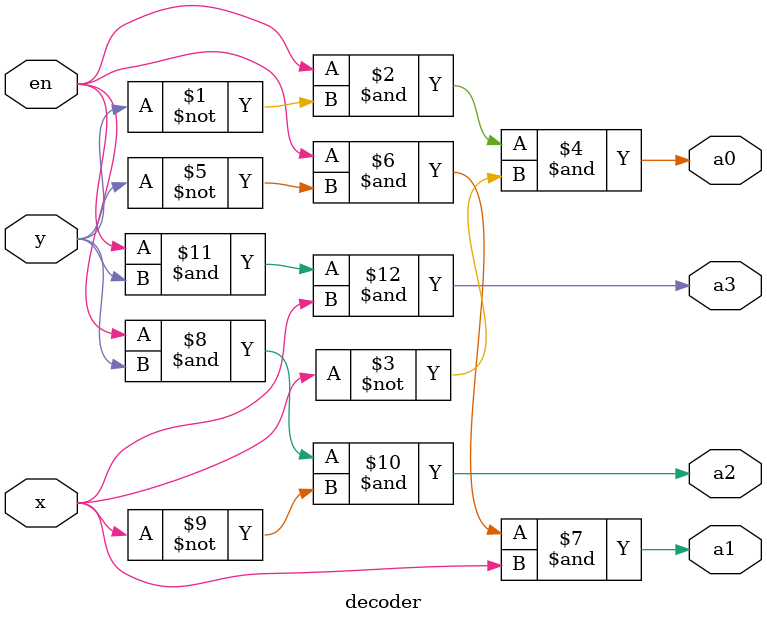
<source format=v>
`timescale 1ns / 1ps


module decoder(
    input x,
    input y,
    input en,
    output a0,
    output a1,
    output a2,
    output a3
    );
    
    assign a0= (en&(~y)&(~x));
    assign a1= (en&(~y)&x);
    assign a2= (en&y&(~x));
    assign a3= (en&y&x);
    
    
endmodule

</source>
